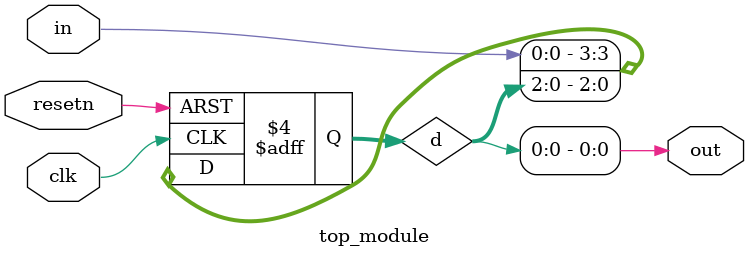
<source format=sv>
module top_module (
	input clk,
	input resetn,
	input in,
	output out
);

reg [3:0] d;
wire reset;

assign reset = ~resetn;

assign out = d[0];

always @(posedge clk, negedge reset) begin
	if (!reset)
		d <= 4'b0;
	else
		d <= {in, d[2:0]};
end

endmodule

</source>
